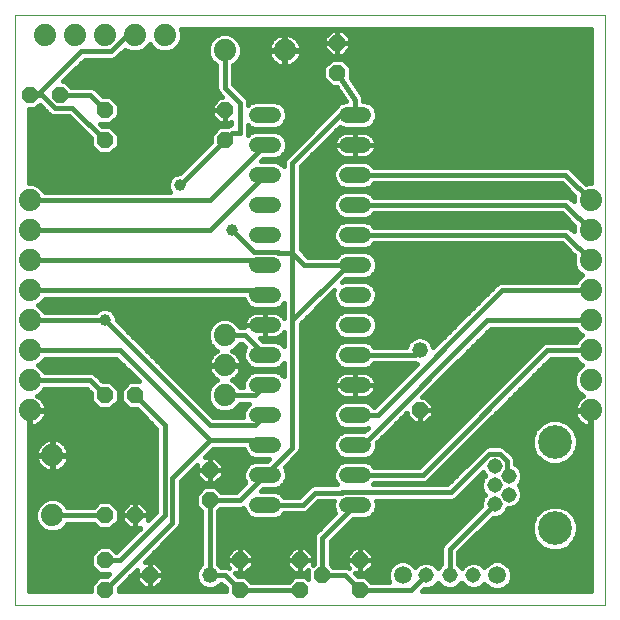
<source format=gtl>
G75*
%MOIN*%
%OFA0B0*%
%FSLAX25Y25*%
%IPPOS*%
%LPD*%
%AMOC8*
5,1,8,0,0,1.08239X$1,22.5*
%
%ADD10C,0.00000*%
%ADD11C,0.07400*%
%ADD12OC8,0.05200*%
%ADD13C,0.05200*%
%ADD14C,0.05150*%
%ADD15C,0.11220*%
%ADD16C,0.05200*%
%ADD17C,0.05937*%
%ADD18C,0.01600*%
%ADD19C,0.03962*%
D10*
X0004919Y0007548D02*
X0004919Y0204398D01*
X0201769Y0204398D01*
X0201769Y0007548D01*
X0004919Y0007548D01*
D11*
X0017419Y0037548D03*
X0017419Y0057548D03*
X0009919Y0072548D03*
X0009919Y0082548D03*
X0009919Y0092548D03*
X0009919Y0102548D03*
X0009919Y0112548D03*
X0009919Y0122548D03*
X0009919Y0132548D03*
X0009919Y0142548D03*
X0014919Y0197548D03*
X0024919Y0197548D03*
X0034919Y0197548D03*
X0044919Y0197548D03*
X0054919Y0197548D03*
X0074919Y0192548D03*
X0094919Y0192548D03*
X0074919Y0097548D03*
X0074919Y0087548D03*
X0074919Y0077548D03*
X0196919Y0072548D03*
X0196919Y0082548D03*
X0196919Y0092548D03*
X0196919Y0102548D03*
X0196919Y0112548D03*
X0196919Y0122548D03*
X0196919Y0132548D03*
X0196919Y0142548D03*
D12*
X0139919Y0072548D03*
X0119919Y0022548D03*
X0119919Y0012548D03*
X0107419Y0017548D03*
X0099919Y0012548D03*
X0099919Y0022548D03*
X0079919Y0022548D03*
X0079919Y0012548D03*
X0069919Y0042548D03*
X0069919Y0052548D03*
X0044919Y0037548D03*
X0034919Y0037548D03*
X0034919Y0022548D03*
X0034919Y0012548D03*
X0049919Y0017548D03*
X0044919Y0077548D03*
X0034919Y0077548D03*
X0034919Y0162548D03*
X0034919Y0172548D03*
X0019919Y0177548D03*
X0009919Y0177548D03*
X0074919Y0172548D03*
X0074919Y0162548D03*
X0112419Y0185048D03*
X0112419Y0195048D03*
D13*
X0139919Y0092548D03*
X0069919Y0017548D03*
D14*
X0142045Y0017548D03*
X0149919Y0017548D03*
X0157793Y0017548D03*
X0164840Y0041249D03*
X0169565Y0044398D03*
X0164840Y0047548D03*
X0169565Y0050698D03*
X0164840Y0053847D03*
D15*
X0184919Y0061918D03*
X0184919Y0033178D03*
D16*
X0120944Y0040973D02*
X0115744Y0040973D01*
X0115744Y0050973D02*
X0120944Y0050973D01*
X0120944Y0060973D02*
X0115744Y0060973D01*
X0115744Y0070973D02*
X0120944Y0070973D01*
X0120944Y0080973D02*
X0115744Y0080973D01*
X0115744Y0090973D02*
X0120944Y0090973D01*
X0120944Y0100973D02*
X0115744Y0100973D01*
X0115744Y0110973D02*
X0120944Y0110973D01*
X0120944Y0120973D02*
X0115744Y0120973D01*
X0115744Y0130973D02*
X0120944Y0130973D01*
X0120944Y0140973D02*
X0115744Y0140973D01*
X0115744Y0150973D02*
X0120944Y0150973D01*
X0120944Y0160973D02*
X0115744Y0160973D01*
X0115744Y0170973D02*
X0120944Y0170973D01*
X0090944Y0170973D02*
X0085744Y0170973D01*
X0085744Y0160973D02*
X0090944Y0160973D01*
X0090944Y0150973D02*
X0085744Y0150973D01*
X0085744Y0140973D02*
X0090944Y0140973D01*
X0090944Y0130973D02*
X0085744Y0130973D01*
X0085744Y0120973D02*
X0090944Y0120973D01*
X0090944Y0110973D02*
X0085744Y0110973D01*
X0085744Y0100973D02*
X0090944Y0100973D01*
X0090944Y0090973D02*
X0085744Y0090973D01*
X0085744Y0080973D02*
X0090944Y0080973D01*
X0090944Y0070973D02*
X0085744Y0070973D01*
X0085744Y0060973D02*
X0090944Y0060973D01*
X0090944Y0050973D02*
X0085744Y0050973D01*
X0085744Y0040973D02*
X0090944Y0040973D01*
D17*
X0134171Y0017548D03*
X0165667Y0017548D03*
D18*
X0170213Y0015541D02*
X0196969Y0015541D01*
X0196969Y0017139D02*
X0170636Y0017139D01*
X0170636Y0016560D02*
X0170636Y0018536D01*
X0169879Y0020362D01*
X0168481Y0021760D01*
X0166655Y0022517D01*
X0164679Y0022517D01*
X0162853Y0021760D01*
X0161455Y0020362D01*
X0161453Y0020358D01*
X0160384Y0021426D01*
X0158703Y0022123D01*
X0156883Y0022123D01*
X0155202Y0021426D01*
X0153915Y0020139D01*
X0153856Y0019998D01*
X0153797Y0020139D01*
X0152719Y0021218D01*
X0152719Y0025168D01*
X0164225Y0036674D01*
X0165750Y0036674D01*
X0167432Y0037370D01*
X0168719Y0038657D01*
X0169202Y0039824D01*
X0170475Y0039824D01*
X0172156Y0040520D01*
X0173443Y0041807D01*
X0174139Y0043488D01*
X0174139Y0045308D01*
X0173443Y0046990D01*
X0172885Y0047548D01*
X0173443Y0048106D01*
X0174139Y0049788D01*
X0174139Y0051608D01*
X0173443Y0053289D01*
X0172156Y0054576D01*
X0171815Y0054717D01*
X0171815Y0056133D01*
X0171389Y0057163D01*
X0170601Y0057950D01*
X0168156Y0060396D01*
X0167127Y0060822D01*
X0162554Y0060822D01*
X0161525Y0060396D01*
X0149102Y0047973D01*
X0124450Y0047973D01*
X0124650Y0048173D01*
X0141401Y0048173D01*
X0142430Y0048599D01*
X0183579Y0089748D01*
X0191909Y0089748D01*
X0192087Y0089319D01*
X0193690Y0087716D01*
X0194095Y0087548D01*
X0193690Y0087380D01*
X0192087Y0085777D01*
X0191219Y0083682D01*
X0191219Y0081414D01*
X0192087Y0079319D01*
X0193690Y0077716D01*
X0194383Y0077429D01*
X0194036Y0077252D01*
X0193336Y0076743D01*
X0192724Y0076131D01*
X0192215Y0075431D01*
X0191822Y0074659D01*
X0191554Y0073836D01*
X0191419Y0072981D01*
X0191419Y0072748D01*
X0196719Y0072748D01*
X0196719Y0072348D01*
X0196969Y0072348D01*
X0196969Y0012348D01*
X0140805Y0012348D01*
X0141430Y0012973D01*
X0142955Y0012973D01*
X0144636Y0013670D01*
X0145923Y0014957D01*
X0145982Y0015098D01*
X0146041Y0014957D01*
X0147328Y0013670D01*
X0149009Y0012973D01*
X0150829Y0012973D01*
X0152510Y0013670D01*
X0153797Y0014957D01*
X0153856Y0015098D01*
X0153915Y0014957D01*
X0155202Y0013670D01*
X0156883Y0012973D01*
X0158703Y0012973D01*
X0160384Y0013670D01*
X0161453Y0014738D01*
X0161455Y0014734D01*
X0162853Y0013336D01*
X0164679Y0012580D01*
X0166655Y0012580D01*
X0168481Y0013336D01*
X0169879Y0014734D01*
X0170636Y0016560D01*
X0170552Y0018738D02*
X0196969Y0018738D01*
X0196969Y0020336D02*
X0169890Y0020336D01*
X0168060Y0021935D02*
X0196969Y0021935D01*
X0196969Y0023533D02*
X0152719Y0023533D01*
X0152719Y0021935D02*
X0156429Y0021935D01*
X0154111Y0020336D02*
X0153601Y0020336D01*
X0149919Y0017548D02*
X0149919Y0026328D01*
X0164840Y0041249D01*
X0161520Y0044398D02*
X0160962Y0043840D01*
X0160265Y0042159D01*
X0160265Y0040634D01*
X0147545Y0027914D01*
X0147119Y0026885D01*
X0147119Y0021218D01*
X0146041Y0020139D01*
X0145982Y0019998D01*
X0145923Y0020139D01*
X0144636Y0021426D01*
X0142955Y0022123D01*
X0141135Y0022123D01*
X0139454Y0021426D01*
X0138385Y0020358D01*
X0138383Y0020362D01*
X0136985Y0021760D01*
X0135159Y0022517D01*
X0133183Y0022517D01*
X0131357Y0021760D01*
X0129959Y0020362D01*
X0129202Y0018536D01*
X0129202Y0016560D01*
X0129704Y0015348D01*
X0123624Y0015348D01*
X0121824Y0017148D01*
X0119279Y0017148D01*
X0118279Y0018148D01*
X0119919Y0018148D01*
X0121742Y0018148D01*
X0124319Y0020725D01*
X0124319Y0022548D01*
X0119919Y0022548D01*
X0119919Y0018148D01*
X0119919Y0022548D01*
X0119919Y0022548D01*
X0115519Y0022548D01*
X0115519Y0020725D01*
X0116194Y0020051D01*
X0115476Y0020348D01*
X0111124Y0020348D01*
X0110219Y0021253D01*
X0110219Y0028888D01*
X0117704Y0036373D01*
X0121859Y0036373D01*
X0123550Y0037074D01*
X0124844Y0038368D01*
X0125544Y0040058D01*
X0125544Y0041888D01*
X0125343Y0042373D01*
X0150819Y0042373D01*
X0151848Y0042799D01*
X0160931Y0051883D01*
X0161099Y0051554D01*
X0161503Y0050997D01*
X0161662Y0050839D01*
X0160962Y0050139D01*
X0160265Y0048458D01*
X0160265Y0046638D01*
X0160962Y0044957D01*
X0161520Y0044398D01*
X0161436Y0044314D02*
X0153363Y0044314D01*
X0154961Y0045912D02*
X0160566Y0045912D01*
X0160265Y0047511D02*
X0156560Y0047511D01*
X0158158Y0049109D02*
X0160535Y0049109D01*
X0159757Y0050708D02*
X0161530Y0050708D01*
X0156633Y0055503D02*
X0149334Y0055503D01*
X0147736Y0053905D02*
X0155034Y0053905D01*
X0153435Y0052306D02*
X0146137Y0052306D01*
X0144539Y0050708D02*
X0151837Y0050708D01*
X0150238Y0049109D02*
X0142940Y0049109D01*
X0140844Y0050973D02*
X0182419Y0092548D01*
X0196919Y0092548D01*
X0191909Y0095348D02*
X0181862Y0095348D01*
X0180833Y0094922D01*
X0139684Y0053773D01*
X0124650Y0053773D01*
X0123550Y0054873D01*
X0121859Y0055573D01*
X0114829Y0055573D01*
X0113139Y0054873D01*
X0111845Y0053579D01*
X0111144Y0051888D01*
X0111144Y0050058D01*
X0111845Y0048368D01*
X0112364Y0047848D01*
X0104362Y0047848D01*
X0103333Y0047422D01*
X0102545Y0046634D01*
X0099684Y0043773D01*
X0094650Y0043773D01*
X0093550Y0044873D01*
X0091859Y0045573D01*
X0086904Y0045573D01*
X0087704Y0046373D01*
X0091859Y0046373D01*
X0093550Y0047074D01*
X0094844Y0048368D01*
X0095544Y0050058D01*
X0095544Y0051888D01*
X0094863Y0053532D01*
X0099793Y0058462D01*
X0100219Y0059491D01*
X0100219Y0101388D01*
X0111445Y0112614D01*
X0111144Y0111888D01*
X0111144Y0110058D01*
X0111845Y0108368D01*
X0113139Y0107074D01*
X0114829Y0106373D01*
X0121859Y0106373D01*
X0123550Y0107074D01*
X0124844Y0108368D01*
X0125544Y0110058D01*
X0125544Y0111888D01*
X0124844Y0113579D01*
X0123550Y0114873D01*
X0121859Y0115573D01*
X0114829Y0115573D01*
X0114103Y0115273D01*
X0115204Y0116373D01*
X0121859Y0116373D01*
X0123550Y0117074D01*
X0124844Y0118368D01*
X0125544Y0120058D01*
X0125544Y0121888D01*
X0124844Y0123579D01*
X0123550Y0124873D01*
X0121859Y0125573D01*
X0114829Y0125573D01*
X0113139Y0124873D01*
X0112039Y0123773D01*
X0102654Y0123773D01*
X0100219Y0126208D01*
X0100219Y0153888D01*
X0113326Y0166996D01*
X0114829Y0166373D01*
X0121859Y0166373D01*
X0123550Y0167074D01*
X0124844Y0168368D01*
X0125544Y0170058D01*
X0125544Y0171888D01*
X0124844Y0173579D01*
X0123550Y0174873D01*
X0121859Y0175573D01*
X0121144Y0175573D01*
X0121144Y0175682D01*
X0121199Y0175943D01*
X0121144Y0176234D01*
X0121144Y0176530D01*
X0121042Y0176776D01*
X0120993Y0177038D01*
X0120831Y0177286D01*
X0120718Y0177559D01*
X0120530Y0177748D01*
X0117012Y0183135D01*
X0117019Y0183143D01*
X0117019Y0186953D01*
X0114324Y0189648D01*
X0110514Y0189648D01*
X0107819Y0186953D01*
X0107819Y0183143D01*
X0110514Y0180448D01*
X0112078Y0180448D01*
X0115261Y0175573D01*
X0114829Y0175573D01*
X0113139Y0174873D01*
X0111845Y0173579D01*
X0111742Y0173330D01*
X0095833Y0157422D01*
X0095045Y0156634D01*
X0094619Y0155605D01*
X0094619Y0153804D01*
X0093550Y0154873D01*
X0091859Y0155573D01*
X0086904Y0155573D01*
X0087704Y0156373D01*
X0091859Y0156373D01*
X0093550Y0157074D01*
X0094844Y0158368D01*
X0095544Y0160058D01*
X0095544Y0161888D01*
X0094844Y0163579D01*
X0093550Y0164873D01*
X0091859Y0165573D01*
X0084829Y0165573D01*
X0083139Y0164873D01*
X0082692Y0164427D01*
X0082719Y0164491D01*
X0082719Y0167493D01*
X0083139Y0167074D01*
X0084829Y0166373D01*
X0091859Y0166373D01*
X0093550Y0167074D01*
X0094844Y0168368D01*
X0095544Y0170058D01*
X0095544Y0171888D01*
X0094844Y0173579D01*
X0093550Y0174873D01*
X0091859Y0175573D01*
X0084829Y0175573D01*
X0083139Y0174873D01*
X0082719Y0174453D01*
X0082719Y0175605D01*
X0082293Y0176634D01*
X0081505Y0177422D01*
X0077719Y0181208D01*
X0077719Y0187538D01*
X0078148Y0187716D01*
X0079751Y0189319D01*
X0080619Y0191414D01*
X0080619Y0193682D01*
X0079751Y0195777D01*
X0078148Y0197380D01*
X0076053Y0198248D01*
X0073785Y0198248D01*
X0071690Y0197380D01*
X0070087Y0195777D01*
X0069219Y0193682D01*
X0069219Y0191414D01*
X0070087Y0189319D01*
X0071690Y0187716D01*
X0072119Y0187538D01*
X0072119Y0179491D01*
X0072545Y0178462D01*
X0074059Y0176948D01*
X0073096Y0176948D01*
X0070519Y0174371D01*
X0070519Y0172548D01*
X0070519Y0170725D01*
X0073096Y0168148D01*
X0074919Y0168148D01*
X0076742Y0168148D01*
X0077119Y0168526D01*
X0077119Y0167848D01*
X0076862Y0167848D01*
X0075833Y0167422D01*
X0075559Y0167148D01*
X0073014Y0167148D01*
X0070319Y0164453D01*
X0070319Y0161908D01*
X0059940Y0151529D01*
X0059127Y0151529D01*
X0057664Y0150923D01*
X0056544Y0149803D01*
X0055938Y0148340D01*
X0055938Y0146756D01*
X0056521Y0145348D01*
X0014929Y0145348D01*
X0014751Y0145777D01*
X0013148Y0147380D01*
X0011053Y0148248D01*
X0009719Y0148248D01*
X0009719Y0172948D01*
X0011824Y0172948D01*
X0013222Y0174346D01*
X0015806Y0171762D01*
X0016593Y0170974D01*
X0017622Y0170548D01*
X0022959Y0170548D01*
X0030319Y0163188D01*
X0030319Y0160643D01*
X0033014Y0157948D01*
X0036824Y0157948D01*
X0039519Y0160643D01*
X0039519Y0164453D01*
X0036824Y0167148D01*
X0034279Y0167148D01*
X0033479Y0167948D01*
X0036824Y0167948D01*
X0039519Y0170643D01*
X0039519Y0174453D01*
X0036824Y0177148D01*
X0034279Y0177148D01*
X0031505Y0179922D01*
X0030476Y0180348D01*
X0023624Y0180348D01*
X0021824Y0182148D01*
X0020979Y0182148D01*
X0028279Y0189448D01*
X0037671Y0189448D01*
X0038700Y0189874D01*
X0039488Y0190662D01*
X0041616Y0192790D01*
X0041690Y0192716D01*
X0043785Y0191848D01*
X0046053Y0191848D01*
X0048148Y0192716D01*
X0049751Y0194319D01*
X0049919Y0194724D01*
X0050087Y0194319D01*
X0051690Y0192716D01*
X0053785Y0191848D01*
X0056053Y0191848D01*
X0058148Y0192716D01*
X0059751Y0194319D01*
X0060619Y0196414D01*
X0060619Y0198682D01*
X0060239Y0199598D01*
X0196969Y0199598D01*
X0196969Y0148248D01*
X0195785Y0148248D01*
X0195356Y0148070D01*
X0190080Y0153347D01*
X0189051Y0153773D01*
X0124650Y0153773D01*
X0123550Y0154873D01*
X0121859Y0155573D01*
X0114829Y0155573D01*
X0113139Y0154873D01*
X0111845Y0153579D01*
X0111144Y0151888D01*
X0111144Y0150058D01*
X0111845Y0148368D01*
X0113139Y0147074D01*
X0114829Y0146373D01*
X0121859Y0146373D01*
X0123550Y0147074D01*
X0124650Y0148173D01*
X0187334Y0148173D01*
X0191397Y0144111D01*
X0191219Y0143682D01*
X0191219Y0142208D01*
X0190080Y0143347D01*
X0189051Y0143773D01*
X0124650Y0143773D01*
X0123550Y0144873D01*
X0121859Y0145573D01*
X0114829Y0145573D01*
X0113139Y0144873D01*
X0111845Y0143579D01*
X0111144Y0141888D01*
X0111144Y0140058D01*
X0111845Y0138368D01*
X0113139Y0137074D01*
X0114829Y0136373D01*
X0121859Y0136373D01*
X0123550Y0137074D01*
X0124650Y0138173D01*
X0187334Y0138173D01*
X0191397Y0134111D01*
X0191219Y0133682D01*
X0191219Y0132208D01*
X0190080Y0133347D01*
X0189051Y0133773D01*
X0124650Y0133773D01*
X0123550Y0134873D01*
X0121859Y0135573D01*
X0114829Y0135573D01*
X0113139Y0134873D01*
X0111845Y0133579D01*
X0111144Y0131888D01*
X0111144Y0130058D01*
X0111845Y0128368D01*
X0113139Y0127074D01*
X0114829Y0126373D01*
X0121859Y0126373D01*
X0123550Y0127074D01*
X0124650Y0128173D01*
X0187334Y0128173D01*
X0191397Y0124111D01*
X0191219Y0123682D01*
X0191219Y0121414D01*
X0192087Y0119319D01*
X0193690Y0117716D01*
X0194095Y0117548D01*
X0193690Y0117380D01*
X0192087Y0115777D01*
X0191909Y0115348D01*
X0166862Y0115348D01*
X0165833Y0114922D01*
X0165045Y0114134D01*
X0144477Y0093565D01*
X0143819Y0095154D01*
X0142525Y0096448D01*
X0140834Y0097148D01*
X0139004Y0097148D01*
X0137313Y0096448D01*
X0136019Y0095154D01*
X0135448Y0093773D01*
X0124650Y0093773D01*
X0123550Y0094873D01*
X0121859Y0095573D01*
X0114829Y0095573D01*
X0113139Y0094873D01*
X0111845Y0093579D01*
X0111144Y0091888D01*
X0111144Y0090058D01*
X0111845Y0088368D01*
X0113139Y0087074D01*
X0114829Y0086373D01*
X0121859Y0086373D01*
X0123550Y0087074D01*
X0124650Y0088173D01*
X0138460Y0088173D01*
X0138902Y0087990D01*
X0124684Y0073773D01*
X0124650Y0073773D01*
X0123550Y0074873D01*
X0121859Y0075573D01*
X0114829Y0075573D01*
X0113139Y0074873D01*
X0111845Y0073579D01*
X0111144Y0071888D01*
X0111144Y0070058D01*
X0111845Y0068368D01*
X0113139Y0067074D01*
X0114829Y0066373D01*
X0121859Y0066373D01*
X0122585Y0066674D01*
X0121484Y0065573D01*
X0114829Y0065573D01*
X0113139Y0064873D01*
X0111845Y0063579D01*
X0111144Y0061888D01*
X0111144Y0060058D01*
X0111845Y0058368D01*
X0113139Y0057074D01*
X0114829Y0056373D01*
X0121859Y0056373D01*
X0123550Y0057074D01*
X0124844Y0058368D01*
X0125544Y0060058D01*
X0125544Y0061713D01*
X0135519Y0071688D01*
X0135519Y0070725D01*
X0138096Y0068148D01*
X0139919Y0068148D01*
X0141742Y0068148D01*
X0144319Y0070725D01*
X0144319Y0072548D01*
X0139919Y0072548D01*
X0139919Y0068148D01*
X0139919Y0072548D01*
X0139919Y0072548D01*
X0139919Y0072548D01*
X0144319Y0072548D01*
X0144319Y0074371D01*
X0141742Y0076948D01*
X0140779Y0076948D01*
X0163579Y0099748D01*
X0191909Y0099748D01*
X0192087Y0099319D01*
X0193690Y0097716D01*
X0194095Y0097548D01*
X0193690Y0097380D01*
X0192087Y0095777D01*
X0191909Y0095348D01*
X0191958Y0095466D02*
X0159297Y0095466D01*
X0157698Y0093868D02*
X0179779Y0093868D01*
X0178180Y0092269D02*
X0156100Y0092269D01*
X0154501Y0090671D02*
X0176582Y0090671D01*
X0174983Y0089072D02*
X0152903Y0089072D01*
X0151304Y0087474D02*
X0173385Y0087474D01*
X0171786Y0085875D02*
X0149706Y0085875D01*
X0148107Y0084277D02*
X0170188Y0084277D01*
X0168589Y0082678D02*
X0146509Y0082678D01*
X0144910Y0081080D02*
X0166991Y0081080D01*
X0165392Y0079481D02*
X0143312Y0079481D01*
X0141713Y0077883D02*
X0163794Y0077883D01*
X0162195Y0076284D02*
X0142406Y0076284D01*
X0144004Y0074686D02*
X0160597Y0074686D01*
X0158998Y0073087D02*
X0144319Y0073087D01*
X0144319Y0071488D02*
X0157400Y0071488D01*
X0155801Y0069890D02*
X0143483Y0069890D01*
X0141885Y0068291D02*
X0154203Y0068291D01*
X0152604Y0066693D02*
X0130524Y0066693D01*
X0132122Y0068291D02*
X0137953Y0068291D01*
X0139919Y0068291D02*
X0139919Y0068291D01*
X0139919Y0069890D02*
X0139919Y0069890D01*
X0139919Y0071488D02*
X0139919Y0071488D01*
X0136355Y0069890D02*
X0133721Y0069890D01*
X0135319Y0071488D02*
X0135519Y0071488D01*
X0128925Y0065094D02*
X0151006Y0065094D01*
X0149407Y0063496D02*
X0127327Y0063496D01*
X0125728Y0061897D02*
X0147809Y0061897D01*
X0146210Y0060299D02*
X0125544Y0060299D01*
X0124982Y0058700D02*
X0144612Y0058700D01*
X0143013Y0057102D02*
X0123578Y0057102D01*
X0122028Y0055503D02*
X0141415Y0055503D01*
X0139816Y0053905D02*
X0124518Y0053905D01*
X0118344Y0050973D02*
X0140844Y0050973D01*
X0150262Y0045173D02*
X0163111Y0058022D01*
X0166570Y0058022D01*
X0169015Y0055577D01*
X0169015Y0051247D01*
X0169565Y0050698D01*
X0172922Y0047511D02*
X0196969Y0047511D01*
X0196969Y0049109D02*
X0173858Y0049109D01*
X0174139Y0050708D02*
X0196969Y0050708D01*
X0196969Y0052306D02*
X0173850Y0052306D01*
X0172827Y0053905D02*
X0196969Y0053905D01*
X0196969Y0055503D02*
X0189267Y0055503D01*
X0189230Y0055466D02*
X0191371Y0057607D01*
X0192529Y0060404D01*
X0192529Y0063432D01*
X0191371Y0066229D01*
X0189230Y0068370D01*
X0186433Y0069528D01*
X0183405Y0069528D01*
X0180608Y0068370D01*
X0178467Y0066229D01*
X0177309Y0063432D01*
X0177309Y0060404D01*
X0178467Y0057607D01*
X0180608Y0055466D01*
X0183405Y0054308D01*
X0186433Y0054308D01*
X0189230Y0055466D01*
X0190865Y0057102D02*
X0196969Y0057102D01*
X0196969Y0058700D02*
X0191823Y0058700D01*
X0192486Y0060299D02*
X0196969Y0060299D01*
X0196969Y0061897D02*
X0192529Y0061897D01*
X0192503Y0063496D02*
X0196969Y0063496D01*
X0196969Y0065094D02*
X0191841Y0065094D01*
X0190907Y0066693D02*
X0196969Y0066693D01*
X0196719Y0067048D02*
X0196719Y0072348D01*
X0191419Y0072348D01*
X0191419Y0072115D01*
X0191554Y0071260D01*
X0191822Y0070437D01*
X0192215Y0069665D01*
X0192724Y0068965D01*
X0193336Y0068353D01*
X0194036Y0067844D01*
X0194808Y0067451D01*
X0195631Y0067183D01*
X0196486Y0067048D01*
X0196719Y0067048D01*
X0196719Y0068291D02*
X0196969Y0068291D01*
X0196969Y0069890D02*
X0196719Y0069890D01*
X0196719Y0071488D02*
X0196969Y0071488D01*
X0193421Y0068291D02*
X0189308Y0068291D01*
X0192101Y0069890D02*
X0163721Y0069890D01*
X0165319Y0071488D02*
X0191518Y0071488D01*
X0191436Y0073087D02*
X0166918Y0073087D01*
X0168516Y0074686D02*
X0191835Y0074686D01*
X0192877Y0076284D02*
X0170115Y0076284D01*
X0171713Y0077883D02*
X0193523Y0077883D01*
X0192020Y0079481D02*
X0173312Y0079481D01*
X0174910Y0081080D02*
X0191358Y0081080D01*
X0191219Y0082678D02*
X0176509Y0082678D01*
X0178107Y0084277D02*
X0191465Y0084277D01*
X0192185Y0085875D02*
X0179706Y0085875D01*
X0181304Y0087474D02*
X0193916Y0087474D01*
X0192334Y0089072D02*
X0182903Y0089072D01*
X0193375Y0097065D02*
X0160895Y0097065D01*
X0162494Y0098663D02*
X0192743Y0098663D01*
X0196919Y0102548D02*
X0162419Y0102548D01*
X0120844Y0060973D01*
X0118344Y0060973D01*
X0113673Y0065094D02*
X0100219Y0065094D01*
X0100219Y0063496D02*
X0111810Y0063496D01*
X0111148Y0061897D02*
X0100219Y0061897D01*
X0100219Y0060299D02*
X0111144Y0060299D01*
X0111707Y0058700D02*
X0099891Y0058700D01*
X0098433Y0057102D02*
X0113110Y0057102D01*
X0114661Y0055503D02*
X0096834Y0055503D01*
X0095236Y0053905D02*
X0112170Y0053905D01*
X0111317Y0052306D02*
X0095371Y0052306D01*
X0095544Y0050708D02*
X0111144Y0050708D01*
X0111537Y0049109D02*
X0095151Y0049109D01*
X0093987Y0047511D02*
X0103548Y0047511D01*
X0101823Y0045912D02*
X0087243Y0045912D01*
X0088344Y0050973D02*
X0079919Y0042548D01*
X0069919Y0042548D01*
X0069919Y0017548D01*
X0074919Y0017548D01*
X0079919Y0012548D01*
X0099919Y0012548D01*
X0102819Y0016153D02*
X0101824Y0017148D01*
X0098014Y0017148D01*
X0096214Y0015348D01*
X0083624Y0015348D01*
X0081824Y0017148D01*
X0079279Y0017148D01*
X0078279Y0018148D01*
X0079919Y0018148D01*
X0081742Y0018148D01*
X0084319Y0020725D01*
X0084319Y0022548D01*
X0079919Y0022548D01*
X0079919Y0018148D01*
X0079919Y0022548D01*
X0079919Y0022548D01*
X0075519Y0022548D01*
X0075519Y0020725D01*
X0076194Y0020051D01*
X0075476Y0020348D01*
X0073624Y0020348D01*
X0072719Y0021253D01*
X0072719Y0038843D01*
X0073624Y0039748D01*
X0080476Y0039748D01*
X0081156Y0040030D01*
X0081845Y0038368D01*
X0083139Y0037074D01*
X0084829Y0036373D01*
X0091859Y0036373D01*
X0093550Y0037074D01*
X0094650Y0038173D01*
X0101401Y0038173D01*
X0102430Y0038599D01*
X0106079Y0042248D01*
X0111293Y0042248D01*
X0111144Y0041888D01*
X0111144Y0040058D01*
X0111825Y0038414D01*
X0105045Y0031634D01*
X0104619Y0030605D01*
X0104619Y0021253D01*
X0104319Y0020953D01*
X0104319Y0022548D01*
X0099919Y0022548D01*
X0099919Y0018148D01*
X0101742Y0018148D01*
X0102819Y0019226D01*
X0102819Y0016153D01*
X0102819Y0017139D02*
X0101833Y0017139D01*
X0102331Y0018738D02*
X0102819Y0018738D01*
X0099919Y0018738D02*
X0099919Y0018738D01*
X0099919Y0018148D02*
X0098096Y0018148D01*
X0095519Y0020725D01*
X0095519Y0022548D01*
X0099919Y0022548D01*
X0099919Y0022548D01*
X0099919Y0018148D01*
X0098005Y0017139D02*
X0081833Y0017139D01*
X0082331Y0018738D02*
X0097507Y0018738D01*
X0095908Y0020336D02*
X0083930Y0020336D01*
X0084319Y0021935D02*
X0095519Y0021935D01*
X0095519Y0022548D02*
X0099919Y0022548D01*
X0099919Y0022548D01*
X0099919Y0022548D01*
X0099919Y0026948D01*
X0098096Y0026948D01*
X0095519Y0024371D01*
X0095519Y0022548D01*
X0095519Y0023533D02*
X0084319Y0023533D01*
X0084319Y0024371D02*
X0081742Y0026948D01*
X0079919Y0026948D01*
X0078096Y0026948D01*
X0075519Y0024371D01*
X0075519Y0022548D01*
X0079919Y0022548D01*
X0079919Y0022548D01*
X0079919Y0022548D01*
X0079919Y0026948D01*
X0079919Y0022548D01*
X0079919Y0022548D01*
X0084319Y0022548D01*
X0084319Y0024371D01*
X0083558Y0025132D02*
X0096280Y0025132D01*
X0097879Y0026730D02*
X0081959Y0026730D01*
X0079919Y0026730D02*
X0079919Y0026730D01*
X0079919Y0025132D02*
X0079919Y0025132D01*
X0079919Y0023533D02*
X0079919Y0023533D01*
X0079919Y0021935D02*
X0079919Y0021935D01*
X0079919Y0020336D02*
X0079919Y0020336D01*
X0079919Y0018738D02*
X0079919Y0018738D01*
X0075908Y0020336D02*
X0075505Y0020336D01*
X0075519Y0021935D02*
X0072719Y0021935D01*
X0072719Y0023533D02*
X0075519Y0023533D01*
X0076280Y0025132D02*
X0072719Y0025132D01*
X0072719Y0026730D02*
X0077879Y0026730D01*
X0072719Y0028329D02*
X0104619Y0028329D01*
X0104619Y0029927D02*
X0072719Y0029927D01*
X0072719Y0031526D02*
X0105000Y0031526D01*
X0106535Y0033124D02*
X0072719Y0033124D01*
X0072719Y0034723D02*
X0108134Y0034723D01*
X0109732Y0036321D02*
X0072719Y0036321D01*
X0072719Y0037920D02*
X0082292Y0037920D01*
X0081368Y0039518D02*
X0073395Y0039518D01*
X0073624Y0045348D02*
X0071824Y0047148D01*
X0068014Y0047148D01*
X0065319Y0044453D01*
X0065319Y0040643D01*
X0067119Y0038843D01*
X0067119Y0021253D01*
X0066019Y0020154D01*
X0065319Y0018463D01*
X0065319Y0016633D01*
X0066019Y0014942D01*
X0067313Y0013648D01*
X0069004Y0012948D01*
X0070834Y0012948D01*
X0072525Y0013648D01*
X0073624Y0014748D01*
X0073759Y0014748D01*
X0075319Y0013188D01*
X0075319Y0012348D01*
X0039519Y0012348D01*
X0039519Y0013188D01*
X0045519Y0019188D01*
X0045519Y0017548D01*
X0045519Y0015725D01*
X0048096Y0013148D01*
X0049919Y0013148D01*
X0051742Y0013148D01*
X0054319Y0015725D01*
X0054319Y0017548D01*
X0049919Y0017548D01*
X0049919Y0013148D01*
X0049919Y0017548D01*
X0049919Y0017548D01*
X0045519Y0017548D01*
X0049919Y0017548D01*
X0049919Y0017548D01*
X0049919Y0017548D01*
X0049919Y0021948D01*
X0048279Y0021948D01*
X0059793Y0033462D01*
X0060219Y0034491D01*
X0060219Y0048888D01*
X0065519Y0054188D01*
X0065519Y0052548D01*
X0065519Y0050725D01*
X0068096Y0048148D01*
X0069919Y0048148D01*
X0071742Y0048148D01*
X0074319Y0050725D01*
X0074319Y0052548D01*
X0069919Y0052548D01*
X0069919Y0048148D01*
X0069919Y0052548D01*
X0069919Y0052548D01*
X0065519Y0052548D01*
X0069919Y0052548D01*
X0069919Y0052548D01*
X0069919Y0052548D01*
X0069919Y0056948D01*
X0068279Y0056948D01*
X0071079Y0059748D01*
X0081273Y0059748D01*
X0081845Y0058368D01*
X0083139Y0057074D01*
X0084829Y0056373D01*
X0089784Y0056373D01*
X0088984Y0055573D01*
X0084829Y0055573D01*
X0083139Y0054873D01*
X0081845Y0053579D01*
X0081144Y0051888D01*
X0081144Y0050058D01*
X0081825Y0048414D01*
X0078759Y0045348D01*
X0073624Y0045348D01*
X0073060Y0045912D02*
X0079323Y0045912D01*
X0080922Y0047511D02*
X0060219Y0047511D01*
X0060219Y0045912D02*
X0066778Y0045912D01*
X0065319Y0044314D02*
X0060219Y0044314D01*
X0060219Y0042715D02*
X0065319Y0042715D01*
X0065319Y0041117D02*
X0060219Y0041117D01*
X0060219Y0039518D02*
X0066443Y0039518D01*
X0067119Y0037920D02*
X0060219Y0037920D01*
X0060219Y0036321D02*
X0067119Y0036321D01*
X0067119Y0034723D02*
X0060219Y0034723D01*
X0059455Y0033124D02*
X0067119Y0033124D01*
X0067119Y0031526D02*
X0057856Y0031526D01*
X0056258Y0029927D02*
X0067119Y0029927D01*
X0067119Y0028329D02*
X0054659Y0028329D01*
X0053061Y0026730D02*
X0067119Y0026730D01*
X0067119Y0025132D02*
X0051462Y0025132D01*
X0049864Y0023533D02*
X0067119Y0023533D01*
X0067119Y0021935D02*
X0051755Y0021935D01*
X0051742Y0021948D02*
X0049919Y0021948D01*
X0049919Y0017548D01*
X0049919Y0017548D01*
X0054319Y0017548D01*
X0054319Y0019371D01*
X0051742Y0021948D01*
X0049919Y0021935D02*
X0049919Y0021935D01*
X0049919Y0020336D02*
X0049919Y0020336D01*
X0049919Y0018738D02*
X0049919Y0018738D01*
X0049919Y0017139D02*
X0049919Y0017139D01*
X0049919Y0015541D02*
X0049919Y0015541D01*
X0049919Y0013942D02*
X0049919Y0013942D01*
X0047302Y0013942D02*
X0040273Y0013942D01*
X0041871Y0015541D02*
X0045704Y0015541D01*
X0045519Y0017139D02*
X0043470Y0017139D01*
X0045068Y0018738D02*
X0045519Y0018738D01*
X0039919Y0022548D02*
X0034919Y0022548D01*
X0038624Y0025348D02*
X0036824Y0027148D01*
X0033014Y0027148D01*
X0030319Y0024453D01*
X0030319Y0020643D01*
X0033014Y0017948D01*
X0036359Y0017948D01*
X0035559Y0017148D01*
X0033014Y0017148D01*
X0030319Y0014453D01*
X0030319Y0012348D01*
X0009719Y0012348D01*
X0009719Y0072348D01*
X0010119Y0072348D01*
X0010119Y0067048D01*
X0010352Y0067048D01*
X0011207Y0067183D01*
X0012030Y0067451D01*
X0012802Y0067844D01*
X0013502Y0068353D01*
X0014114Y0068965D01*
X0014623Y0069665D01*
X0015016Y0070437D01*
X0015284Y0071260D01*
X0015419Y0072115D01*
X0015419Y0072348D01*
X0010119Y0072348D01*
X0010119Y0072748D01*
X0015419Y0072748D01*
X0015419Y0072981D01*
X0015284Y0073836D01*
X0015016Y0074659D01*
X0014623Y0075431D01*
X0014114Y0076131D01*
X0013502Y0076743D01*
X0012802Y0077252D01*
X0012455Y0077429D01*
X0013148Y0077716D01*
X0014751Y0079319D01*
X0014929Y0079748D01*
X0028759Y0079748D01*
X0030319Y0078188D01*
X0030319Y0075643D01*
X0033014Y0072948D01*
X0036824Y0072948D01*
X0039519Y0075643D01*
X0039519Y0079453D01*
X0036824Y0082148D01*
X0034279Y0082148D01*
X0031505Y0084922D01*
X0030476Y0085348D01*
X0014929Y0085348D01*
X0014751Y0085777D01*
X0013148Y0087380D01*
X0012743Y0087548D01*
X0013148Y0087716D01*
X0014751Y0089319D01*
X0014929Y0089748D01*
X0038759Y0089748D01*
X0046359Y0082148D01*
X0043014Y0082148D01*
X0040319Y0079453D01*
X0040319Y0075643D01*
X0043014Y0072948D01*
X0045559Y0072948D01*
X0052119Y0066388D01*
X0052119Y0038708D01*
X0049319Y0035908D01*
X0049319Y0037548D01*
X0044919Y0037548D01*
X0044919Y0033148D01*
X0046559Y0033148D01*
X0038759Y0025348D01*
X0038624Y0025348D01*
X0037242Y0026730D02*
X0040141Y0026730D01*
X0041740Y0028329D02*
X0009719Y0028329D01*
X0009719Y0029927D02*
X0043338Y0029927D01*
X0044937Y0031526D02*
X0009719Y0031526D01*
X0009719Y0033124D02*
X0013782Y0033124D01*
X0014190Y0032716D02*
X0012587Y0034319D01*
X0011719Y0036414D01*
X0011719Y0038682D01*
X0012587Y0040777D01*
X0014190Y0042380D01*
X0016285Y0043248D01*
X0018553Y0043248D01*
X0020648Y0042380D01*
X0022251Y0040777D01*
X0022429Y0040348D01*
X0031214Y0040348D01*
X0033014Y0042148D01*
X0036824Y0042148D01*
X0039519Y0039453D01*
X0039519Y0035643D01*
X0036824Y0032948D01*
X0033014Y0032948D01*
X0031214Y0034748D01*
X0022429Y0034748D01*
X0022251Y0034319D01*
X0020648Y0032716D01*
X0018553Y0031848D01*
X0016285Y0031848D01*
X0014190Y0032716D01*
X0012420Y0034723D02*
X0009719Y0034723D01*
X0009719Y0036321D02*
X0011758Y0036321D01*
X0011719Y0037920D02*
X0009719Y0037920D01*
X0009719Y0039518D02*
X0012065Y0039518D01*
X0012927Y0041117D02*
X0009719Y0041117D01*
X0009719Y0042715D02*
X0014999Y0042715D01*
X0019839Y0042715D02*
X0052119Y0042715D01*
X0052119Y0041117D02*
X0047573Y0041117D01*
X0046742Y0041948D02*
X0044919Y0041948D01*
X0043096Y0041948D01*
X0040519Y0039371D01*
X0040519Y0037548D01*
X0040519Y0035725D01*
X0043096Y0033148D01*
X0044919Y0033148D01*
X0044919Y0037548D01*
X0044919Y0037548D01*
X0040519Y0037548D01*
X0044919Y0037548D01*
X0044919Y0037548D01*
X0044919Y0037548D01*
X0044919Y0041948D01*
X0044919Y0037548D01*
X0044919Y0037548D01*
X0049319Y0037548D01*
X0049319Y0039371D01*
X0046742Y0041948D01*
X0044919Y0041117D02*
X0044919Y0041117D01*
X0044919Y0039518D02*
X0044919Y0039518D01*
X0044919Y0037920D02*
X0044919Y0037920D01*
X0044919Y0036321D02*
X0044919Y0036321D01*
X0044919Y0034723D02*
X0044919Y0034723D01*
X0046535Y0033124D02*
X0037001Y0033124D01*
X0038599Y0034723D02*
X0041522Y0034723D01*
X0040519Y0036321D02*
X0039519Y0036321D01*
X0039519Y0037920D02*
X0040519Y0037920D01*
X0040667Y0039518D02*
X0039454Y0039518D01*
X0037856Y0041117D02*
X0042265Y0041117D01*
X0034919Y0037548D02*
X0017419Y0037548D01*
X0021056Y0033124D02*
X0032837Y0033124D01*
X0031239Y0034723D02*
X0022418Y0034723D01*
X0021911Y0041117D02*
X0031982Y0041117D01*
X0021002Y0053353D02*
X0020302Y0052844D01*
X0019530Y0052451D01*
X0018707Y0052183D01*
X0017852Y0052048D01*
X0017619Y0052048D01*
X0017619Y0057348D01*
X0017219Y0057348D01*
X0017219Y0052048D01*
X0016986Y0052048D01*
X0016131Y0052183D01*
X0015308Y0052451D01*
X0014536Y0052844D01*
X0013836Y0053353D01*
X0013224Y0053965D01*
X0012715Y0054665D01*
X0012322Y0055437D01*
X0012054Y0056260D01*
X0011919Y0057115D01*
X0011919Y0057348D01*
X0017219Y0057348D01*
X0017219Y0057748D01*
X0011919Y0057748D01*
X0011919Y0057981D01*
X0012054Y0058836D01*
X0012322Y0059659D01*
X0012715Y0060431D01*
X0013224Y0061131D01*
X0013836Y0061743D01*
X0014536Y0062252D01*
X0015308Y0062645D01*
X0016131Y0062913D01*
X0016986Y0063048D01*
X0017219Y0063048D01*
X0017219Y0057748D01*
X0017619Y0057748D01*
X0022919Y0057748D01*
X0022919Y0057981D01*
X0022784Y0058836D01*
X0022516Y0059659D01*
X0022123Y0060431D01*
X0021614Y0061131D01*
X0021002Y0061743D01*
X0020302Y0062252D01*
X0019530Y0062645D01*
X0018707Y0062913D01*
X0017852Y0063048D01*
X0017619Y0063048D01*
X0017619Y0057748D01*
X0017619Y0057348D01*
X0022919Y0057348D01*
X0022919Y0057115D01*
X0022784Y0056260D01*
X0022516Y0055437D01*
X0022123Y0054665D01*
X0021614Y0053965D01*
X0021002Y0053353D01*
X0021554Y0053905D02*
X0052119Y0053905D01*
X0052119Y0055503D02*
X0022538Y0055503D01*
X0022917Y0057102D02*
X0052119Y0057102D01*
X0052119Y0058700D02*
X0022805Y0058700D01*
X0022190Y0060299D02*
X0052119Y0060299D01*
X0052119Y0061897D02*
X0020790Y0061897D01*
X0017619Y0061897D02*
X0017219Y0061897D01*
X0017219Y0060299D02*
X0017619Y0060299D01*
X0017619Y0058700D02*
X0017219Y0058700D01*
X0017219Y0057102D02*
X0017619Y0057102D01*
X0017619Y0055503D02*
X0017219Y0055503D01*
X0017219Y0053905D02*
X0017619Y0053905D01*
X0017619Y0052306D02*
X0017219Y0052306D01*
X0015753Y0052306D02*
X0009719Y0052306D01*
X0009719Y0050708D02*
X0052119Y0050708D01*
X0052119Y0052306D02*
X0019085Y0052306D01*
X0013284Y0053905D02*
X0009719Y0053905D01*
X0009719Y0055503D02*
X0012300Y0055503D01*
X0011921Y0057102D02*
X0009719Y0057102D01*
X0009719Y0058700D02*
X0012033Y0058700D01*
X0012648Y0060299D02*
X0009719Y0060299D01*
X0009719Y0061897D02*
X0014048Y0061897D01*
X0009719Y0063496D02*
X0052119Y0063496D01*
X0052119Y0065094D02*
X0009719Y0065094D01*
X0009719Y0066693D02*
X0051814Y0066693D01*
X0050216Y0068291D02*
X0013417Y0068291D01*
X0014737Y0069890D02*
X0048617Y0069890D01*
X0047019Y0071488D02*
X0015320Y0071488D01*
X0015402Y0073087D02*
X0032875Y0073087D01*
X0031276Y0074686D02*
X0015003Y0074686D01*
X0013961Y0076284D02*
X0030319Y0076284D01*
X0030319Y0077883D02*
X0013315Y0077883D01*
X0014818Y0079481D02*
X0029026Y0079481D01*
X0029919Y0082548D02*
X0034919Y0077548D01*
X0038562Y0074686D02*
X0041276Y0074686D01*
X0040319Y0076284D02*
X0039519Y0076284D01*
X0039519Y0077883D02*
X0040319Y0077883D01*
X0040347Y0079481D02*
X0039491Y0079481D01*
X0037893Y0081080D02*
X0041945Y0081080D01*
X0044231Y0084277D02*
X0032150Y0084277D01*
X0033749Y0082678D02*
X0045829Y0082678D01*
X0042632Y0085875D02*
X0014653Y0085875D01*
X0012922Y0087474D02*
X0041034Y0087474D01*
X0039435Y0089072D02*
X0014504Y0089072D01*
X0009919Y0092548D02*
X0039919Y0092548D01*
X0069919Y0062548D01*
X0057419Y0050048D01*
X0057419Y0035048D01*
X0034919Y0012548D01*
X0031406Y0015541D02*
X0009719Y0015541D01*
X0009719Y0017139D02*
X0033005Y0017139D01*
X0032224Y0018738D02*
X0009719Y0018738D01*
X0009719Y0020336D02*
X0030626Y0020336D01*
X0030319Y0021935D02*
X0009719Y0021935D01*
X0009719Y0023533D02*
X0030319Y0023533D01*
X0030997Y0025132D02*
X0009719Y0025132D01*
X0009719Y0026730D02*
X0032596Y0026730D01*
X0039919Y0022548D02*
X0054919Y0037548D01*
X0054919Y0067548D01*
X0044919Y0077548D01*
X0042875Y0073087D02*
X0036963Y0073087D01*
X0029919Y0082548D02*
X0009919Y0082548D01*
X0009719Y0071488D02*
X0010119Y0071488D01*
X0010119Y0069890D02*
X0009719Y0069890D01*
X0009719Y0068291D02*
X0010119Y0068291D01*
X0009719Y0049109D02*
X0052119Y0049109D01*
X0052119Y0047511D02*
X0009719Y0047511D01*
X0009719Y0045912D02*
X0052119Y0045912D01*
X0052119Y0044314D02*
X0009719Y0044314D01*
X0009719Y0013942D02*
X0030319Y0013942D01*
X0052536Y0013942D02*
X0067020Y0013942D01*
X0065772Y0015541D02*
X0054134Y0015541D01*
X0054319Y0017139D02*
X0065319Y0017139D01*
X0065433Y0018738D02*
X0054319Y0018738D01*
X0053353Y0020336D02*
X0066202Y0020336D01*
X0072818Y0013942D02*
X0074565Y0013942D01*
X0083432Y0015541D02*
X0096406Y0015541D01*
X0099919Y0020336D02*
X0099919Y0020336D01*
X0099919Y0021935D02*
X0099919Y0021935D01*
X0099919Y0022548D02*
X0104319Y0022548D01*
X0104319Y0024371D01*
X0101742Y0026948D01*
X0099919Y0026948D01*
X0099919Y0022548D01*
X0099919Y0022548D01*
X0099919Y0023533D02*
X0099919Y0023533D01*
X0099919Y0025132D02*
X0099919Y0025132D01*
X0099919Y0026730D02*
X0099919Y0026730D01*
X0101959Y0026730D02*
X0104619Y0026730D01*
X0104619Y0025132D02*
X0103558Y0025132D01*
X0104319Y0023533D02*
X0104619Y0023533D01*
X0104619Y0021935D02*
X0104319Y0021935D01*
X0107419Y0017548D02*
X0114919Y0017548D01*
X0119919Y0012548D01*
X0137045Y0012548D01*
X0142045Y0017548D01*
X0140681Y0021935D02*
X0136564Y0021935D01*
X0131778Y0021935D02*
X0124319Y0021935D01*
X0124319Y0022548D02*
X0124319Y0024371D01*
X0121742Y0026948D01*
X0119919Y0026948D01*
X0118096Y0026948D01*
X0115519Y0024371D01*
X0115519Y0022548D01*
X0119919Y0022548D01*
X0119919Y0022548D01*
X0119919Y0022548D01*
X0119919Y0026948D01*
X0119919Y0022548D01*
X0119919Y0022548D01*
X0124319Y0022548D01*
X0124319Y0023533D02*
X0147119Y0023533D01*
X0147119Y0021935D02*
X0143409Y0021935D01*
X0145727Y0020336D02*
X0146237Y0020336D01*
X0147119Y0025132D02*
X0123558Y0025132D01*
X0121959Y0026730D02*
X0147119Y0026730D01*
X0147960Y0028329D02*
X0110219Y0028329D01*
X0110219Y0026730D02*
X0117879Y0026730D01*
X0119919Y0026730D02*
X0119919Y0026730D01*
X0119919Y0025132D02*
X0119919Y0025132D01*
X0119919Y0023533D02*
X0119919Y0023533D01*
X0119919Y0021935D02*
X0119919Y0021935D01*
X0119919Y0020336D02*
X0119919Y0020336D01*
X0119919Y0018738D02*
X0119919Y0018738D01*
X0121833Y0017139D02*
X0129202Y0017139D01*
X0129286Y0018738D02*
X0122331Y0018738D01*
X0123930Y0020336D02*
X0129948Y0020336D01*
X0129625Y0015541D02*
X0123432Y0015541D01*
X0115908Y0020336D02*
X0115505Y0020336D01*
X0115519Y0021935D02*
X0110219Y0021935D01*
X0110219Y0023533D02*
X0115519Y0023533D01*
X0116280Y0025132D02*
X0110219Y0025132D01*
X0111258Y0029927D02*
X0149559Y0029927D01*
X0151157Y0031526D02*
X0112856Y0031526D01*
X0114455Y0033124D02*
X0152756Y0033124D01*
X0154354Y0034723D02*
X0116053Y0034723D01*
X0117652Y0036321D02*
X0155953Y0036321D01*
X0157551Y0037920D02*
X0124396Y0037920D01*
X0125321Y0039518D02*
X0159150Y0039518D01*
X0160265Y0041117D02*
X0125544Y0041117D01*
X0118344Y0040973D02*
X0107419Y0030048D01*
X0107419Y0017548D01*
X0111331Y0037920D02*
X0094396Y0037920D01*
X0094109Y0044314D02*
X0100225Y0044314D01*
X0100844Y0040973D02*
X0104919Y0045048D01*
X0113879Y0045048D01*
X0114004Y0045173D01*
X0150262Y0045173D01*
X0151645Y0042715D02*
X0160496Y0042715D01*
X0163872Y0036321D02*
X0177984Y0036321D01*
X0178467Y0037489D02*
X0177309Y0034692D01*
X0177309Y0031664D01*
X0178467Y0028867D01*
X0180608Y0026726D01*
X0183405Y0025568D01*
X0186433Y0025568D01*
X0189230Y0026726D01*
X0191371Y0028867D01*
X0192529Y0031664D01*
X0192529Y0034692D01*
X0191371Y0037489D01*
X0189230Y0039630D01*
X0186433Y0040788D01*
X0183405Y0040788D01*
X0180608Y0039630D01*
X0178467Y0037489D01*
X0178898Y0037920D02*
X0167981Y0037920D01*
X0169075Y0039518D02*
X0180497Y0039518D01*
X0177322Y0034723D02*
X0162274Y0034723D01*
X0160675Y0033124D02*
X0177309Y0033124D01*
X0177366Y0031526D02*
X0159077Y0031526D01*
X0157478Y0029927D02*
X0178028Y0029927D01*
X0179006Y0028329D02*
X0155880Y0028329D01*
X0154281Y0026730D02*
X0180604Y0026730D01*
X0189234Y0026730D02*
X0196969Y0026730D01*
X0196969Y0025132D02*
X0152719Y0025132D01*
X0159157Y0021935D02*
X0163274Y0021935D01*
X0162246Y0013942D02*
X0160657Y0013942D01*
X0154929Y0013942D02*
X0152783Y0013942D01*
X0147055Y0013942D02*
X0144909Y0013942D01*
X0169088Y0013942D02*
X0196969Y0013942D01*
X0196969Y0028329D02*
X0190832Y0028329D01*
X0191810Y0029927D02*
X0196969Y0029927D01*
X0196969Y0031526D02*
X0192472Y0031526D01*
X0192529Y0033124D02*
X0196969Y0033124D01*
X0196969Y0034723D02*
X0192516Y0034723D01*
X0191854Y0036321D02*
X0196969Y0036321D01*
X0196969Y0037920D02*
X0190940Y0037920D01*
X0189341Y0039518D02*
X0196969Y0039518D01*
X0196969Y0041117D02*
X0172753Y0041117D01*
X0173819Y0042715D02*
X0196969Y0042715D01*
X0196969Y0044314D02*
X0174139Y0044314D01*
X0173889Y0045912D02*
X0196969Y0045912D01*
X0180571Y0055503D02*
X0171815Y0055503D01*
X0171414Y0057102D02*
X0178973Y0057102D01*
X0178015Y0058700D02*
X0169851Y0058700D01*
X0170601Y0057950D02*
X0170601Y0057950D01*
X0168252Y0060299D02*
X0177352Y0060299D01*
X0177309Y0061897D02*
X0155728Y0061897D01*
X0154130Y0060299D02*
X0161428Y0060299D01*
X0159830Y0058700D02*
X0152531Y0058700D01*
X0150933Y0057102D02*
X0158231Y0057102D01*
X0157327Y0063496D02*
X0177335Y0063496D01*
X0177997Y0065094D02*
X0158925Y0065094D01*
X0160524Y0066693D02*
X0178931Y0066693D01*
X0180530Y0068291D02*
X0162122Y0068291D01*
X0138344Y0090973D02*
X0139919Y0092548D01*
X0138344Y0090973D02*
X0118344Y0090973D01*
X0114571Y0095466D02*
X0100219Y0095466D01*
X0100219Y0093868D02*
X0112133Y0093868D01*
X0111302Y0092269D02*
X0100219Y0092269D01*
X0100219Y0090671D02*
X0111144Y0090671D01*
X0111553Y0089072D02*
X0100219Y0089072D01*
X0100219Y0087474D02*
X0112738Y0087474D01*
X0114055Y0085051D02*
X0113438Y0084736D01*
X0112878Y0084329D01*
X0112388Y0083840D01*
X0111981Y0083279D01*
X0111667Y0082662D01*
X0111453Y0082004D01*
X0111344Y0081320D01*
X0111344Y0080973D01*
X0111344Y0080627D01*
X0111453Y0079943D01*
X0111667Y0079284D01*
X0111981Y0078667D01*
X0112388Y0078107D01*
X0112878Y0077617D01*
X0113438Y0077210D01*
X0114055Y0076896D01*
X0114714Y0076682D01*
X0115398Y0076573D01*
X0118344Y0076573D01*
X0118344Y0080973D01*
X0118344Y0080973D01*
X0111344Y0080973D01*
X0118344Y0080973D01*
X0118344Y0080973D01*
X0118344Y0076573D01*
X0121290Y0076573D01*
X0121975Y0076682D01*
X0122633Y0076896D01*
X0123250Y0077210D01*
X0123811Y0077617D01*
X0124300Y0078107D01*
X0124707Y0078667D01*
X0125022Y0079284D01*
X0125236Y0079943D01*
X0125344Y0080627D01*
X0125344Y0080973D01*
X0118344Y0080973D01*
X0118344Y0080973D01*
X0118344Y0085373D01*
X0115398Y0085373D01*
X0114714Y0085265D01*
X0114055Y0085051D01*
X0112825Y0084277D02*
X0100219Y0084277D01*
X0100219Y0085875D02*
X0136786Y0085875D01*
X0135188Y0084277D02*
X0123863Y0084277D01*
X0123811Y0084329D02*
X0123250Y0084736D01*
X0122633Y0085051D01*
X0121975Y0085265D01*
X0121290Y0085373D01*
X0118344Y0085373D01*
X0118344Y0080973D01*
X0118344Y0080973D01*
X0125344Y0080973D01*
X0125344Y0081320D01*
X0125236Y0082004D01*
X0125022Y0082662D01*
X0124707Y0083279D01*
X0124300Y0083840D01*
X0123811Y0084329D01*
X0125014Y0082678D02*
X0133589Y0082678D01*
X0131991Y0081080D02*
X0125344Y0081080D01*
X0125086Y0079481D02*
X0130392Y0079481D01*
X0128794Y0077883D02*
X0124076Y0077883D01*
X0123737Y0074686D02*
X0125597Y0074686D01*
X0127195Y0076284D02*
X0100219Y0076284D01*
X0100219Y0074686D02*
X0112951Y0074686D01*
X0111641Y0073087D02*
X0100219Y0073087D01*
X0100219Y0071488D02*
X0111144Y0071488D01*
X0111214Y0069890D02*
X0100219Y0069890D01*
X0100219Y0068291D02*
X0111921Y0068291D01*
X0114057Y0066693D02*
X0100219Y0066693D01*
X0097419Y0060048D02*
X0088344Y0050973D01*
X0084661Y0055503D02*
X0073186Y0055503D01*
X0074319Y0054371D02*
X0071742Y0056948D01*
X0069919Y0056948D01*
X0069919Y0052548D01*
X0069919Y0052548D01*
X0074319Y0052548D01*
X0074319Y0054371D01*
X0074319Y0053905D02*
X0082170Y0053905D01*
X0081317Y0052306D02*
X0074319Y0052306D01*
X0074301Y0050708D02*
X0081144Y0050708D01*
X0081537Y0049109D02*
X0072703Y0049109D01*
X0069919Y0049109D02*
X0069919Y0049109D01*
X0069919Y0050708D02*
X0069919Y0050708D01*
X0069919Y0052306D02*
X0069919Y0052306D01*
X0069919Y0053905D02*
X0069919Y0053905D01*
X0069919Y0055503D02*
X0069919Y0055503D01*
X0068433Y0057102D02*
X0083110Y0057102D01*
X0081707Y0058700D02*
X0070031Y0058700D01*
X0069919Y0062548D02*
X0086769Y0062548D01*
X0088344Y0060973D01*
X0084919Y0067548D02*
X0088344Y0070973D01*
X0084919Y0067548D02*
X0069919Y0067548D01*
X0034919Y0102548D01*
X0009919Y0102548D01*
X0013872Y0106656D02*
X0084147Y0106656D01*
X0084829Y0106373D02*
X0091859Y0106373D01*
X0093550Y0107074D01*
X0094619Y0108143D01*
X0094619Y0103401D01*
X0094300Y0103840D01*
X0093811Y0104329D01*
X0093250Y0104736D01*
X0092633Y0105051D01*
X0091975Y0105265D01*
X0091290Y0105373D01*
X0088344Y0105373D01*
X0085398Y0105373D01*
X0084714Y0105265D01*
X0084055Y0105051D01*
X0083438Y0104736D01*
X0082878Y0104329D01*
X0082388Y0103840D01*
X0081981Y0103279D01*
X0081667Y0102662D01*
X0081453Y0102004D01*
X0081344Y0101320D01*
X0081344Y0100973D01*
X0081344Y0100627D01*
X0081388Y0100348D01*
X0079929Y0100348D01*
X0079751Y0100777D01*
X0078148Y0102380D01*
X0076053Y0103248D01*
X0073785Y0103248D01*
X0071690Y0102380D01*
X0070087Y0100777D01*
X0069219Y0098682D01*
X0069219Y0096414D01*
X0070087Y0094319D01*
X0071690Y0092716D01*
X0072383Y0092429D01*
X0072036Y0092252D01*
X0071336Y0091743D01*
X0070724Y0091131D01*
X0070215Y0090431D01*
X0069822Y0089659D01*
X0069554Y0088836D01*
X0069419Y0087981D01*
X0069419Y0087748D01*
X0074719Y0087748D01*
X0074719Y0087348D01*
X0069419Y0087348D01*
X0069419Y0087115D01*
X0069554Y0086260D01*
X0069822Y0085437D01*
X0070215Y0084665D01*
X0070724Y0083965D01*
X0071336Y0083353D01*
X0072036Y0082844D01*
X0072383Y0082667D01*
X0071690Y0082380D01*
X0070087Y0080777D01*
X0069219Y0078682D01*
X0069219Y0076414D01*
X0070087Y0074319D01*
X0071690Y0072716D01*
X0073785Y0071848D01*
X0076053Y0071848D01*
X0078148Y0072716D01*
X0079751Y0074319D01*
X0079929Y0074748D01*
X0083014Y0074748D01*
X0081845Y0073579D01*
X0081144Y0071888D01*
X0081144Y0070348D01*
X0071079Y0070348D01*
X0038900Y0102527D01*
X0038900Y0103340D01*
X0038294Y0104803D01*
X0037174Y0105923D01*
X0035711Y0106529D01*
X0034127Y0106529D01*
X0032664Y0105923D01*
X0032089Y0105348D01*
X0014929Y0105348D01*
X0014751Y0105777D01*
X0013148Y0107380D01*
X0012743Y0107548D01*
X0013148Y0107716D01*
X0014751Y0109319D01*
X0014929Y0109748D01*
X0081273Y0109748D01*
X0081845Y0108368D01*
X0083139Y0107074D01*
X0084829Y0106373D01*
X0084075Y0105057D02*
X0038040Y0105057D01*
X0038851Y0103459D02*
X0082111Y0103459D01*
X0081430Y0101860D02*
X0078668Y0101860D01*
X0081344Y0100973D02*
X0088344Y0100973D01*
X0088344Y0100973D01*
X0088344Y0096573D01*
X0086704Y0096573D01*
X0087704Y0095573D01*
X0091859Y0095573D01*
X0093550Y0094873D01*
X0094619Y0093804D01*
X0094619Y0098545D01*
X0094300Y0098107D01*
X0093811Y0097617D01*
X0093250Y0097210D01*
X0092633Y0096896D01*
X0091975Y0096682D01*
X0091290Y0096573D01*
X0088344Y0096573D01*
X0088344Y0100973D01*
X0081344Y0100973D01*
X0081769Y0097548D02*
X0088344Y0090973D01*
X0091859Y0086373D02*
X0093550Y0087074D01*
X0094619Y0088143D01*
X0094619Y0083804D01*
X0093550Y0084873D01*
X0091859Y0085573D01*
X0084829Y0085573D01*
X0083139Y0084873D01*
X0081845Y0083579D01*
X0081144Y0081888D01*
X0081144Y0080348D01*
X0079929Y0080348D01*
X0079751Y0080777D01*
X0078148Y0082380D01*
X0077455Y0082667D01*
X0077802Y0082844D01*
X0078502Y0083353D01*
X0079114Y0083965D01*
X0079623Y0084665D01*
X0080016Y0085437D01*
X0080284Y0086260D01*
X0080419Y0087115D01*
X0080419Y0087348D01*
X0075119Y0087348D01*
X0075119Y0087748D01*
X0080419Y0087748D01*
X0080419Y0087981D01*
X0080284Y0088836D01*
X0080016Y0089659D01*
X0079623Y0090431D01*
X0079114Y0091131D01*
X0078502Y0091743D01*
X0077802Y0092252D01*
X0077455Y0092429D01*
X0078148Y0092716D01*
X0079751Y0094319D01*
X0079929Y0094748D01*
X0080610Y0094748D01*
X0081825Y0093532D01*
X0081144Y0091888D01*
X0081144Y0090058D01*
X0081845Y0088368D01*
X0083139Y0087074D01*
X0084829Y0086373D01*
X0091859Y0086373D01*
X0093950Y0087474D02*
X0094619Y0087474D01*
X0094619Y0085875D02*
X0080158Y0085875D01*
X0079341Y0084277D02*
X0082542Y0084277D01*
X0081471Y0082678D02*
X0077476Y0082678D01*
X0079448Y0081080D02*
X0081144Y0081080D01*
X0084919Y0077548D02*
X0088344Y0080973D01*
X0084919Y0077548D02*
X0074919Y0077548D01*
X0069550Y0079481D02*
X0061946Y0079481D01*
X0063544Y0077883D02*
X0069219Y0077883D01*
X0069273Y0076284D02*
X0065143Y0076284D01*
X0066741Y0074686D02*
X0069935Y0074686D01*
X0071319Y0073087D02*
X0068340Y0073087D01*
X0069938Y0071488D02*
X0081144Y0071488D01*
X0081641Y0073087D02*
X0078519Y0073087D01*
X0079903Y0074686D02*
X0082951Y0074686D01*
X0072362Y0082678D02*
X0058749Y0082678D01*
X0060347Y0081080D02*
X0070390Y0081080D01*
X0070497Y0084277D02*
X0057150Y0084277D01*
X0055552Y0085875D02*
X0069680Y0085875D01*
X0069631Y0089072D02*
X0052355Y0089072D01*
X0053953Y0087474D02*
X0074719Y0087474D01*
X0075119Y0087474D02*
X0082738Y0087474D01*
X0081553Y0089072D02*
X0080207Y0089072D01*
X0079449Y0090671D02*
X0081144Y0090671D01*
X0081302Y0092269D02*
X0077768Y0092269D01*
X0079300Y0093868D02*
X0081490Y0093868D01*
X0081769Y0097548D02*
X0074919Y0097548D01*
X0069612Y0095466D02*
X0045961Y0095466D01*
X0047559Y0093868D02*
X0070538Y0093868D01*
X0072070Y0092269D02*
X0049158Y0092269D01*
X0050756Y0090671D02*
X0070389Y0090671D01*
X0069219Y0097065D02*
X0044362Y0097065D01*
X0042764Y0098663D02*
X0069219Y0098663D01*
X0069873Y0100262D02*
X0041165Y0100262D01*
X0039567Y0101860D02*
X0071170Y0101860D01*
X0081958Y0108254D02*
X0013686Y0108254D01*
X0009919Y0112548D02*
X0086769Y0112548D01*
X0088344Y0110973D01*
X0088344Y0105373D02*
X0088344Y0100973D01*
X0088344Y0100973D01*
X0088344Y0100973D01*
X0088344Y0105373D01*
X0088344Y0105057D02*
X0088344Y0105057D01*
X0088344Y0103459D02*
X0088344Y0103459D01*
X0088344Y0101860D02*
X0088344Y0101860D01*
X0088344Y0100262D02*
X0088344Y0100262D01*
X0088344Y0098663D02*
X0088344Y0098663D01*
X0088344Y0097065D02*
X0088344Y0097065D01*
X0092118Y0095466D02*
X0094619Y0095466D01*
X0094619Y0093868D02*
X0094555Y0093868D01*
X0094619Y0097065D02*
X0092965Y0097065D01*
X0097419Y0102548D02*
X0115844Y0120973D01*
X0118344Y0120973D01*
X0101494Y0120973D01*
X0097419Y0125048D01*
X0092809Y0125048D01*
X0092684Y0125173D01*
X0084794Y0125173D01*
X0077419Y0132548D01*
X0069919Y0132548D02*
X0088344Y0150973D01*
X0087540Y0156210D02*
X0094869Y0156210D01*
X0095833Y0157422D02*
X0095833Y0157422D01*
X0096219Y0157808D02*
X0094284Y0157808D01*
X0095274Y0159407D02*
X0097818Y0159407D01*
X0099416Y0161005D02*
X0095544Y0161005D01*
X0095248Y0162604D02*
X0101015Y0162604D01*
X0102613Y0164202D02*
X0094221Y0164202D01*
X0093876Y0167399D02*
X0105810Y0167399D01*
X0104212Y0165801D02*
X0082719Y0165801D01*
X0082719Y0167399D02*
X0082813Y0167399D01*
X0079919Y0165048D02*
X0077419Y0165048D01*
X0074919Y0162548D01*
X0059919Y0147548D01*
X0058849Y0151414D02*
X0009719Y0151414D01*
X0009719Y0149816D02*
X0056556Y0149816D01*
X0055938Y0148217D02*
X0011128Y0148217D01*
X0013910Y0146619D02*
X0055995Y0146619D01*
X0061424Y0153013D02*
X0009719Y0153013D01*
X0009719Y0154611D02*
X0063022Y0154611D01*
X0064621Y0156210D02*
X0009719Y0156210D01*
X0009719Y0157808D02*
X0066219Y0157808D01*
X0067818Y0159407D02*
X0038283Y0159407D01*
X0039519Y0161005D02*
X0069416Y0161005D01*
X0070319Y0162604D02*
X0039519Y0162604D01*
X0039519Y0164202D02*
X0070319Y0164202D01*
X0071666Y0165801D02*
X0038172Y0165801D01*
X0037874Y0168998D02*
X0072247Y0168998D01*
X0070648Y0170596D02*
X0039473Y0170596D01*
X0039519Y0172195D02*
X0070519Y0172195D01*
X0070519Y0172548D02*
X0074919Y0172548D01*
X0074919Y0168148D01*
X0074919Y0172548D01*
X0074919Y0172548D01*
X0074919Y0172548D01*
X0070519Y0172548D01*
X0070519Y0173793D02*
X0039519Y0173793D01*
X0038581Y0175392D02*
X0071540Y0175392D01*
X0074017Y0176990D02*
X0036982Y0176990D01*
X0032838Y0178589D02*
X0072493Y0178589D01*
X0072119Y0180187D02*
X0030864Y0180187D01*
X0029919Y0177548D02*
X0034919Y0172548D01*
X0034028Y0167399D02*
X0075810Y0167399D01*
X0074919Y0168998D02*
X0074919Y0168998D01*
X0074919Y0170596D02*
X0074919Y0170596D01*
X0074919Y0172195D02*
X0074919Y0172195D01*
X0079919Y0175048D02*
X0079919Y0165048D01*
X0088344Y0160973D02*
X0069919Y0142548D01*
X0009919Y0142548D01*
X0009919Y0132548D02*
X0069919Y0132548D01*
X0086769Y0122548D02*
X0088344Y0120973D01*
X0086769Y0122548D02*
X0009919Y0122548D01*
X0009719Y0159407D02*
X0031555Y0159407D01*
X0030319Y0161005D02*
X0009719Y0161005D01*
X0009719Y0162604D02*
X0030319Y0162604D01*
X0029305Y0164202D02*
X0009719Y0164202D01*
X0009719Y0165801D02*
X0027707Y0165801D01*
X0026108Y0167399D02*
X0009719Y0167399D01*
X0009719Y0168998D02*
X0024510Y0168998D01*
X0024119Y0173348D02*
X0018179Y0173348D01*
X0013979Y0177548D01*
X0012419Y0177548D01*
X0027119Y0192248D01*
X0037114Y0192248D01*
X0042414Y0197548D01*
X0044919Y0197548D01*
X0048407Y0192975D02*
X0051431Y0192975D01*
X0049981Y0194574D02*
X0049857Y0194574D01*
X0058407Y0192975D02*
X0069219Y0192975D01*
X0069234Y0191377D02*
X0040203Y0191377D01*
X0038469Y0189778D02*
X0069897Y0189778D01*
X0071226Y0188180D02*
X0027011Y0188180D01*
X0025412Y0186581D02*
X0072119Y0186581D01*
X0072119Y0184983D02*
X0023814Y0184983D01*
X0022215Y0183384D02*
X0072119Y0183384D01*
X0072119Y0181786D02*
X0022187Y0181786D01*
X0019919Y0177548D02*
X0029919Y0177548D01*
X0024119Y0173348D02*
X0034919Y0162548D01*
X0017506Y0170596D02*
X0009719Y0170596D01*
X0009719Y0172195D02*
X0015373Y0172195D01*
X0013774Y0173793D02*
X0012670Y0173793D01*
X0012419Y0177548D02*
X0009919Y0177548D01*
X0059857Y0194574D02*
X0069588Y0194574D01*
X0070482Y0196172D02*
X0060519Y0196172D01*
X0060619Y0197771D02*
X0072633Y0197771D01*
X0077205Y0197771D02*
X0093195Y0197771D01*
X0092808Y0197645D02*
X0092036Y0197252D01*
X0091336Y0196743D01*
X0090724Y0196131D01*
X0090215Y0195431D01*
X0089822Y0194659D01*
X0089554Y0193836D01*
X0089419Y0192981D01*
X0089419Y0192748D01*
X0094719Y0192748D01*
X0094719Y0192348D01*
X0095119Y0192348D01*
X0095119Y0187048D01*
X0095352Y0187048D01*
X0096207Y0187183D01*
X0097030Y0187451D01*
X0097802Y0187844D01*
X0098502Y0188353D01*
X0099114Y0188965D01*
X0099623Y0189665D01*
X0100016Y0190437D01*
X0100284Y0191260D01*
X0100419Y0192115D01*
X0100419Y0192348D01*
X0095119Y0192348D01*
X0095119Y0192748D01*
X0100419Y0192748D01*
X0100419Y0192981D01*
X0100284Y0193836D01*
X0100016Y0194659D01*
X0099623Y0195431D01*
X0099114Y0196131D01*
X0098502Y0196743D01*
X0097802Y0197252D01*
X0097030Y0197645D01*
X0096207Y0197913D01*
X0095352Y0198048D01*
X0095119Y0198048D01*
X0095119Y0192748D01*
X0094719Y0192748D01*
X0094719Y0198048D01*
X0094486Y0198048D01*
X0093631Y0197913D01*
X0092808Y0197645D01*
X0094719Y0197771D02*
X0095119Y0197771D01*
X0096643Y0197771D02*
X0108919Y0197771D01*
X0108019Y0196871D02*
X0108019Y0195048D01*
X0108019Y0193225D01*
X0110596Y0190648D01*
X0112419Y0190648D01*
X0114242Y0190648D01*
X0116819Y0193225D01*
X0116819Y0195048D01*
X0112419Y0195048D01*
X0112419Y0190648D01*
X0112419Y0195048D01*
X0112419Y0195048D01*
X0108019Y0195048D01*
X0112419Y0195048D01*
X0112419Y0195048D01*
X0112419Y0195048D01*
X0112419Y0199448D01*
X0110596Y0199448D01*
X0108019Y0196871D01*
X0108019Y0196172D02*
X0099073Y0196172D01*
X0100044Y0194574D02*
X0108019Y0194574D01*
X0108269Y0192975D02*
X0100419Y0192975D01*
X0100302Y0191377D02*
X0109868Y0191377D01*
X0109045Y0188180D02*
X0098264Y0188180D01*
X0099681Y0189778D02*
X0196969Y0189778D01*
X0196969Y0188180D02*
X0115793Y0188180D01*
X0117019Y0186581D02*
X0196969Y0186581D01*
X0196969Y0184983D02*
X0117019Y0184983D01*
X0117019Y0183384D02*
X0196969Y0183384D01*
X0196969Y0181786D02*
X0117893Y0181786D01*
X0118937Y0180187D02*
X0196969Y0180187D01*
X0196969Y0178589D02*
X0119980Y0178589D01*
X0121002Y0176990D02*
X0196969Y0176990D01*
X0196969Y0175392D02*
X0122297Y0175392D01*
X0124630Y0173793D02*
X0196969Y0173793D01*
X0196969Y0172195D02*
X0125417Y0172195D01*
X0125544Y0170596D02*
X0196969Y0170596D01*
X0196969Y0168998D02*
X0125105Y0168998D01*
X0123876Y0167399D02*
X0196969Y0167399D01*
X0196969Y0165801D02*
X0112131Y0165801D01*
X0112878Y0164329D02*
X0112388Y0163840D01*
X0111981Y0163279D01*
X0111667Y0162662D01*
X0111453Y0162004D01*
X0111344Y0161320D01*
X0111344Y0160973D01*
X0111344Y0160627D01*
X0111453Y0159943D01*
X0111667Y0159284D01*
X0111981Y0158667D01*
X0112388Y0158107D01*
X0112878Y0157617D01*
X0113438Y0157210D01*
X0114055Y0156896D01*
X0114714Y0156682D01*
X0115398Y0156573D01*
X0118344Y0156573D01*
X0118344Y0160973D01*
X0118344Y0160973D01*
X0111344Y0160973D01*
X0118344Y0160973D01*
X0118344Y0160973D01*
X0118344Y0156573D01*
X0121290Y0156573D01*
X0121975Y0156682D01*
X0122633Y0156896D01*
X0123250Y0157210D01*
X0123811Y0157617D01*
X0124300Y0158107D01*
X0124707Y0158667D01*
X0125022Y0159284D01*
X0125236Y0159943D01*
X0125344Y0160627D01*
X0125344Y0160973D01*
X0118344Y0160973D01*
X0118344Y0160973D01*
X0118344Y0165373D01*
X0115398Y0165373D01*
X0114714Y0165265D01*
X0114055Y0165051D01*
X0113438Y0164736D01*
X0112878Y0164329D01*
X0112751Y0164202D02*
X0110533Y0164202D01*
X0111648Y0162604D02*
X0108934Y0162604D01*
X0107336Y0161005D02*
X0111344Y0161005D01*
X0111627Y0159407D02*
X0105737Y0159407D01*
X0104139Y0157808D02*
X0112687Y0157808D01*
X0112877Y0154611D02*
X0100942Y0154611D01*
X0100219Y0153013D02*
X0111610Y0153013D01*
X0111144Y0151414D02*
X0100219Y0151414D01*
X0100219Y0149816D02*
X0111245Y0149816D01*
X0111995Y0148217D02*
X0100219Y0148217D01*
X0100219Y0146619D02*
X0114237Y0146619D01*
X0113494Y0145020D02*
X0100219Y0145020D01*
X0100219Y0143421D02*
X0111779Y0143421D01*
X0111144Y0141823D02*
X0100219Y0141823D01*
X0100219Y0140224D02*
X0111144Y0140224D01*
X0111737Y0138626D02*
X0100219Y0138626D01*
X0100219Y0137027D02*
X0113250Y0137027D01*
X0114481Y0135429D02*
X0100219Y0135429D01*
X0100219Y0133830D02*
X0112096Y0133830D01*
X0111287Y0132232D02*
X0100219Y0132232D01*
X0100219Y0130633D02*
X0111144Y0130633D01*
X0111568Y0129035D02*
X0100219Y0129035D01*
X0100219Y0127436D02*
X0112776Y0127436D01*
X0112505Y0124239D02*
X0102187Y0124239D01*
X0100589Y0125838D02*
X0189669Y0125838D01*
X0188071Y0127436D02*
X0123913Y0127436D01*
X0124183Y0124239D02*
X0191268Y0124239D01*
X0191219Y0122641D02*
X0125232Y0122641D01*
X0125544Y0121042D02*
X0191373Y0121042D01*
X0192035Y0119444D02*
X0125290Y0119444D01*
X0124322Y0117845D02*
X0193561Y0117845D01*
X0192557Y0116247D02*
X0115078Y0116247D01*
X0111144Y0111451D02*
X0110282Y0111451D01*
X0111229Y0109853D02*
X0108684Y0109853D01*
X0107085Y0108254D02*
X0111958Y0108254D01*
X0114147Y0106656D02*
X0105487Y0106656D01*
X0103888Y0105057D02*
X0113583Y0105057D01*
X0113139Y0104873D02*
X0111845Y0103579D01*
X0111144Y0101888D01*
X0111144Y0100058D01*
X0111845Y0098368D01*
X0113139Y0097074D01*
X0114829Y0096373D01*
X0121859Y0096373D01*
X0123550Y0097074D01*
X0124844Y0098368D01*
X0125544Y0100058D01*
X0125544Y0101888D01*
X0124844Y0103579D01*
X0123550Y0104873D01*
X0121859Y0105573D01*
X0114829Y0105573D01*
X0113139Y0104873D01*
X0111795Y0103459D02*
X0102289Y0103459D01*
X0100691Y0101860D02*
X0111144Y0101860D01*
X0111144Y0100262D02*
X0100219Y0100262D01*
X0100219Y0098663D02*
X0111722Y0098663D01*
X0113160Y0097065D02*
X0100219Y0097065D01*
X0097419Y0102548D02*
X0097419Y0060048D01*
X0100219Y0077883D02*
X0112612Y0077883D01*
X0111603Y0079481D02*
X0100219Y0079481D01*
X0100219Y0081080D02*
X0111344Y0081080D01*
X0111675Y0082678D02*
X0100219Y0082678D01*
X0094619Y0084277D02*
X0094146Y0084277D01*
X0097419Y0102548D02*
X0097419Y0125048D01*
X0097419Y0155048D01*
X0113344Y0170973D01*
X0118344Y0170973D01*
X0118344Y0175973D01*
X0112419Y0185048D01*
X0109176Y0181786D02*
X0077719Y0181786D01*
X0077719Y0183384D02*
X0107819Y0183384D01*
X0107819Y0184983D02*
X0077719Y0184983D01*
X0077719Y0186581D02*
X0107819Y0186581D01*
X0112419Y0191377D02*
X0112419Y0191377D01*
X0112419Y0192975D02*
X0112419Y0192975D01*
X0112419Y0194574D02*
X0112419Y0194574D01*
X0112419Y0195048D02*
X0116819Y0195048D01*
X0116819Y0196871D01*
X0114242Y0199448D01*
X0112419Y0199448D01*
X0112419Y0195048D01*
X0112419Y0195048D01*
X0112419Y0196172D02*
X0112419Y0196172D01*
X0112419Y0197771D02*
X0112419Y0197771D01*
X0112419Y0199369D02*
X0112419Y0199369D01*
X0110518Y0199369D02*
X0060334Y0199369D01*
X0074919Y0192548D02*
X0074919Y0180048D01*
X0079919Y0175048D01*
X0081937Y0176990D02*
X0114336Y0176990D01*
X0114391Y0175392D02*
X0092297Y0175392D01*
X0094630Y0173793D02*
X0112059Y0173793D01*
X0110606Y0172195D02*
X0095417Y0172195D01*
X0095544Y0170596D02*
X0109007Y0170596D01*
X0107409Y0168998D02*
X0095105Y0168998D01*
X0084391Y0175392D02*
X0082719Y0175392D01*
X0080338Y0178589D02*
X0113292Y0178589D01*
X0112249Y0180187D02*
X0078740Y0180187D01*
X0078612Y0188180D02*
X0091574Y0188180D01*
X0091336Y0188353D02*
X0092036Y0187844D01*
X0092808Y0187451D01*
X0093631Y0187183D01*
X0094486Y0187048D01*
X0094719Y0187048D01*
X0094719Y0192348D01*
X0089419Y0192348D01*
X0089419Y0192115D01*
X0089554Y0191260D01*
X0089822Y0190437D01*
X0090215Y0189665D01*
X0090724Y0188965D01*
X0091336Y0188353D01*
X0090157Y0189778D02*
X0079941Y0189778D01*
X0080604Y0191377D02*
X0089536Y0191377D01*
X0089419Y0192975D02*
X0080619Y0192975D01*
X0080250Y0194574D02*
X0089794Y0194574D01*
X0090765Y0196172D02*
X0079356Y0196172D01*
X0094719Y0196172D02*
X0095119Y0196172D01*
X0095119Y0194574D02*
X0094719Y0194574D01*
X0094719Y0192975D02*
X0095119Y0192975D01*
X0095119Y0191377D02*
X0094719Y0191377D01*
X0094719Y0189778D02*
X0095119Y0189778D01*
X0095119Y0188180D02*
X0094719Y0188180D01*
X0114970Y0191377D02*
X0196969Y0191377D01*
X0196969Y0192975D02*
X0116569Y0192975D01*
X0116819Y0194574D02*
X0196969Y0194574D01*
X0196969Y0196172D02*
X0116819Y0196172D01*
X0115919Y0197771D02*
X0196969Y0197771D01*
X0196969Y0199369D02*
X0114320Y0199369D01*
X0118344Y0165373D02*
X0118344Y0160973D01*
X0118344Y0160973D01*
X0125344Y0160973D01*
X0125344Y0161320D01*
X0125236Y0162004D01*
X0125022Y0162662D01*
X0124707Y0163279D01*
X0124300Y0163840D01*
X0123811Y0164329D01*
X0123250Y0164736D01*
X0122633Y0165051D01*
X0121975Y0165265D01*
X0121290Y0165373D01*
X0118344Y0165373D01*
X0118344Y0164202D02*
X0118344Y0164202D01*
X0118344Y0162604D02*
X0118344Y0162604D01*
X0118344Y0161005D02*
X0118344Y0161005D01*
X0118344Y0159407D02*
X0118344Y0159407D01*
X0118344Y0157808D02*
X0118344Y0157808D01*
X0124002Y0157808D02*
X0196969Y0157808D01*
X0196969Y0156210D02*
X0102540Y0156210D01*
X0094619Y0154611D02*
X0093812Y0154611D01*
X0118344Y0150973D02*
X0188494Y0150973D01*
X0196919Y0142548D01*
X0195710Y0148217D02*
X0195210Y0148217D01*
X0193611Y0149816D02*
X0196969Y0149816D01*
X0196969Y0151414D02*
X0192013Y0151414D01*
X0190414Y0153013D02*
X0196969Y0153013D01*
X0196969Y0154611D02*
X0123812Y0154611D01*
X0125062Y0159407D02*
X0196969Y0159407D01*
X0196969Y0161005D02*
X0125344Y0161005D01*
X0125041Y0162604D02*
X0196969Y0162604D01*
X0196969Y0164202D02*
X0123938Y0164202D01*
X0122451Y0146619D02*
X0188889Y0146619D01*
X0190487Y0145020D02*
X0123195Y0145020D01*
X0118344Y0140973D02*
X0188494Y0140973D01*
X0196919Y0132548D01*
X0191219Y0132232D02*
X0191195Y0132232D01*
X0191281Y0133830D02*
X0124592Y0133830D01*
X0122208Y0135429D02*
X0190078Y0135429D01*
X0188480Y0137027D02*
X0123439Y0137027D01*
X0118344Y0130973D02*
X0188494Y0130973D01*
X0196919Y0122548D01*
X0196919Y0112548D02*
X0167419Y0112548D01*
X0125844Y0070973D01*
X0118344Y0070973D01*
X0118344Y0077883D02*
X0118344Y0077883D01*
X0118344Y0079481D02*
X0118344Y0079481D01*
X0118344Y0081080D02*
X0118344Y0081080D01*
X0118344Y0082678D02*
X0118344Y0082678D01*
X0118344Y0084277D02*
X0118344Y0084277D01*
X0123950Y0087474D02*
X0138385Y0087474D01*
X0135487Y0093868D02*
X0124555Y0093868D01*
X0122118Y0095466D02*
X0136332Y0095466D01*
X0138803Y0097065D02*
X0123528Y0097065D01*
X0124966Y0098663D02*
X0149574Y0098663D01*
X0147976Y0097065D02*
X0141035Y0097065D01*
X0143506Y0095466D02*
X0146377Y0095466D01*
X0144779Y0093868D02*
X0144351Y0093868D01*
X0151173Y0100262D02*
X0125544Y0100262D01*
X0125544Y0101860D02*
X0152771Y0101860D01*
X0154370Y0103459D02*
X0124894Y0103459D01*
X0123105Y0105057D02*
X0155968Y0105057D01*
X0157567Y0106656D02*
X0122541Y0106656D01*
X0124731Y0108254D02*
X0159165Y0108254D01*
X0160764Y0109853D02*
X0125459Y0109853D01*
X0125544Y0111451D02*
X0162362Y0111451D01*
X0163961Y0113050D02*
X0125063Y0113050D01*
X0123775Y0114648D02*
X0165559Y0114648D01*
X0189900Y0143421D02*
X0191219Y0143421D01*
X0094619Y0106656D02*
X0092541Y0106656D01*
X0092614Y0105057D02*
X0094619Y0105057D01*
X0094577Y0103459D02*
X0094619Y0103459D01*
X0065519Y0053905D02*
X0065236Y0053905D01*
X0065519Y0052306D02*
X0063637Y0052306D01*
X0062039Y0050708D02*
X0065537Y0050708D01*
X0067135Y0049109D02*
X0060440Y0049109D01*
X0052119Y0039518D02*
X0049171Y0039518D01*
X0049319Y0037920D02*
X0051331Y0037920D01*
X0049732Y0036321D02*
X0049319Y0036321D01*
X0088344Y0040973D02*
X0100844Y0040973D01*
X0103349Y0039518D02*
X0111368Y0039518D01*
X0111144Y0041117D02*
X0104948Y0041117D01*
D19*
X0034919Y0102548D03*
X0077419Y0132548D03*
X0059919Y0147548D03*
X0063974Y0184713D03*
M02*

</source>
